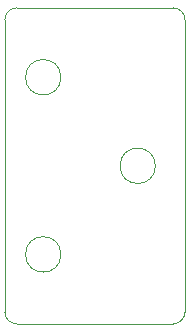
<source format=gm1>
G04 #@! TF.GenerationSoftware,KiCad,Pcbnew,5.1.9+dfsg1-1+deb11u1*
G04 #@! TF.CreationDate,2023-07-28T22:18:50+09:00*
G04 #@! TF.ProjectId,x-belt-clamp,782d6265-6c74-42d6-936c-616d702e6b69,rev?*
G04 #@! TF.SameCoordinates,Original*
G04 #@! TF.FileFunction,Profile,NP*
%FSLAX46Y46*%
G04 Gerber Fmt 4.6, Leading zero omitted, Abs format (unit mm)*
G04 Created by KiCad (PCBNEW 5.1.9+dfsg1-1+deb11u1) date 2023-07-28 22:18:50*
%MOMM*%
%LPD*%
G01*
G04 APERTURE LIST*
G04 #@! TA.AperFunction,Profile*
%ADD10C,0.050000*%
G04 #@! TD*
G04 APERTURE END LIST*
D10*
X144000000Y-78125000D02*
G75*
G02*
X145000000Y-79125000I0J-1000000D01*
G01*
X134500000Y-84000000D02*
G75*
G03*
X134500000Y-84000000I-1500000J0D01*
G01*
X144000000Y-78125000D02*
X130750000Y-78125000D01*
X129750000Y-79125000D02*
X129750000Y-103875000D01*
X130750000Y-104875000D02*
X144000000Y-104875000D01*
X142500000Y-91500000D02*
G75*
G03*
X142500000Y-91500000I-1500000J0D01*
G01*
X145000000Y-103875000D02*
G75*
G02*
X144000000Y-104875000I-1000000J0D01*
G01*
X129750000Y-79125000D02*
G75*
G02*
X130750000Y-78125000I1000000J0D01*
G01*
X145000000Y-103875000D02*
X145000000Y-79125000D01*
X130750000Y-104875000D02*
G75*
G02*
X129750000Y-103875000I0J1000000D01*
G01*
X134500000Y-99000000D02*
G75*
G03*
X134500000Y-99000000I-1500000J0D01*
G01*
M02*

</source>
